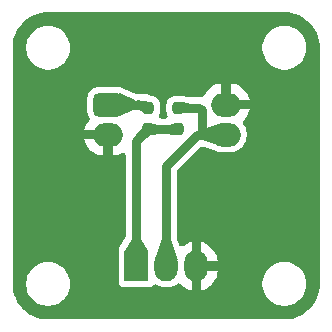
<source format=gbr>
%TF.GenerationSoftware,KiCad,Pcbnew,8.0.6*%
%TF.CreationDate,2024-12-18T19:05:39-05:00*%
%TF.ProjectId,photointerrupter_breakout,70686f74-6f69-46e7-9465-727275707465,rev?*%
%TF.SameCoordinates,PX7c745a0PY4ead9a0*%
%TF.FileFunction,Copper,L2,Bot*%
%TF.FilePolarity,Positive*%
%FSLAX46Y46*%
G04 Gerber Fmt 4.6, Leading zero omitted, Abs format (unit mm)*
G04 Created by KiCad (PCBNEW 8.0.6) date 2024-12-18 19:05:39*
%MOMM*%
%LPD*%
G01*
G04 APERTURE LIST*
G04 Aperture macros list*
%AMRoundRect*
0 Rectangle with rounded corners*
0 $1 Rounding radius*
0 $2 $3 $4 $5 $6 $7 $8 $9 X,Y pos of 4 corners*
0 Add a 4 corners polygon primitive as box body*
4,1,4,$2,$3,$4,$5,$6,$7,$8,$9,$2,$3,0*
0 Add four circle primitives for the rounded corners*
1,1,$1+$1,$2,$3*
1,1,$1+$1,$4,$5*
1,1,$1+$1,$6,$7*
1,1,$1+$1,$8,$9*
0 Add four rect primitives between the rounded corners*
20,1,$1+$1,$2,$3,$4,$5,0*
20,1,$1+$1,$4,$5,$6,$7,0*
20,1,$1+$1,$6,$7,$8,$9,0*
20,1,$1+$1,$8,$9,$2,$3,0*%
G04 Aperture macros list end*
%TA.AperFunction,ComponentPad*%
%ADD10RoundRect,0.454000X0.796000X-0.546000X0.796000X0.546000X-0.796000X0.546000X-0.796000X-0.546000X0*%
%TD*%
%TA.AperFunction,ComponentPad*%
%ADD11O,2.500000X2.000000*%
%TD*%
%TA.AperFunction,ComponentPad*%
%ADD12R,2.000000X2.600000*%
%TD*%
%TA.AperFunction,ComponentPad*%
%ADD13O,2.000000X2.600000*%
%TD*%
%TA.AperFunction,SMDPad,CuDef*%
%ADD14RoundRect,0.237500X-0.237500X0.250000X-0.237500X-0.250000X0.237500X-0.250000X0.237500X0.250000X0*%
%TD*%
%TA.AperFunction,SMDPad,CuDef*%
%ADD15RoundRect,0.237500X0.237500X-0.250000X0.237500X0.250000X-0.237500X0.250000X-0.237500X-0.250000X0*%
%TD*%
%TA.AperFunction,Conductor*%
%ADD16C,0.800000*%
%TD*%
G04 APERTURE END LIST*
D10*
%TO.P,U1,1*%
%TO.N,Net-(R1-Pad2)*%
X9582500Y-9312500D03*
D11*
%TO.P,U1,2*%
%TO.N,GND*%
X9582500Y-11852500D03*
%TO.P,U1,3*%
%TO.N,/OUT*%
X19582500Y-11852500D03*
%TO.P,U1,4*%
%TO.N,GND*%
X19582500Y-9312500D03*
%TD*%
D12*
%TO.P,J1,1,Pin_1*%
%TO.N,+5V*%
X11975000Y-23000000D03*
D13*
%TO.P,J1,2,Pin_2*%
%TO.N,/OUT*%
X14515000Y-23000000D03*
%TO.P,J1,3,Pin_3*%
%TO.N,GND*%
X17055000Y-23000000D03*
%TD*%
D14*
%TO.P,R2,2*%
%TO.N,+5V*%
X15500000Y-11412500D03*
%TO.P,R2,1*%
%TO.N,/OUT*%
X15500000Y-9587500D03*
%TD*%
D15*
%TO.P,R1,2*%
%TO.N,Net-(R1-Pad2)*%
X13000000Y-9587500D03*
%TO.P,R1,1*%
%TO.N,+5V*%
X13000000Y-11412500D03*
%TD*%
D16*
%TO.N,/OUT*%
X17500000Y-11852500D02*
X17500000Y-9770000D01*
X17500000Y-9770000D02*
X17317500Y-9587500D01*
X17317500Y-9587500D02*
X15500000Y-9587500D01*
X14515000Y-23000000D02*
X14515000Y-14485000D01*
%TO.N,+5V*%
X11975000Y-23000000D02*
X11975000Y-12437500D01*
%TO.N,/OUT*%
X14515000Y-14485000D02*
X17147500Y-11852500D01*
X17147500Y-11852500D02*
X19582500Y-11852500D01*
%TO.N,+5V*%
X13000000Y-11412500D02*
X11975000Y-12437500D01*
%TO.N,Net-(R1-Pad2)*%
X9582500Y-9312500D02*
X12725000Y-9312500D01*
X12725000Y-9312500D02*
X13000000Y-9587500D01*
%TO.N,+5V*%
X13000000Y-11412500D02*
X15500000Y-11412500D01*
%TD*%
%TA.AperFunction,Conductor*%
%TO.N,GND*%
G36*
X9828788Y-11471454D02*
G01*
X9909570Y-11525430D01*
X9963546Y-11606212D01*
X9982500Y-11701500D01*
X9982500Y-11799839D01*
X9955241Y-11698106D01*
X9902580Y-11606894D01*
X9828106Y-11532420D01*
X9736894Y-11479759D01*
X9635161Y-11452500D01*
X9733500Y-11452500D01*
X9828788Y-11471454D01*
G37*
%TD.AperFunction*%
%TA.AperFunction,Conductor*%
G36*
X19209759Y-9466894D02*
G01*
X19262420Y-9558106D01*
X19336894Y-9632580D01*
X19428106Y-9685241D01*
X19529839Y-9712500D01*
X19431500Y-9712500D01*
X19336212Y-9693546D01*
X19255430Y-9639570D01*
X19201454Y-9558788D01*
X19182500Y-9463500D01*
X19182500Y-9365161D01*
X19209759Y-9466894D01*
G37*
%TD.AperFunction*%
%TA.AperFunction,Conductor*%
G36*
X24506506Y-1500841D02*
G01*
X24800515Y-1516249D01*
X24826404Y-1518970D01*
X25110767Y-1564008D01*
X25136226Y-1569421D01*
X25414294Y-1643929D01*
X25439056Y-1651974D01*
X25707834Y-1755147D01*
X25731639Y-1765747D01*
X25988120Y-1896431D01*
X26010688Y-1909460D01*
X26152183Y-2001348D01*
X26252118Y-2066247D01*
X26273202Y-2081565D01*
X26464848Y-2236757D01*
X26496909Y-2262719D01*
X26516279Y-2280159D01*
X26719840Y-2483720D01*
X26737280Y-2503090D01*
X26918433Y-2726796D01*
X26933752Y-2747881D01*
X27090537Y-2989308D01*
X27103568Y-3011879D01*
X27234252Y-3268360D01*
X27244854Y-3292170D01*
X27313005Y-3469711D01*
X27348020Y-3560927D01*
X27356073Y-3585715D01*
X27430576Y-3863763D01*
X27435993Y-3889246D01*
X27445096Y-3946715D01*
X27481026Y-4173572D01*
X27483750Y-4199490D01*
X27499159Y-4493492D01*
X27499500Y-4506525D01*
X27499500Y-24493474D01*
X27499159Y-24506507D01*
X27483750Y-24800509D01*
X27481026Y-24826423D01*
X27438315Y-25096100D01*
X27435996Y-25110741D01*
X27430576Y-25136236D01*
X27356073Y-25414284D01*
X27348020Y-25439072D01*
X27244854Y-25707829D01*
X27234252Y-25731639D01*
X27103568Y-25988120D01*
X27090537Y-26010691D01*
X26933752Y-26252118D01*
X26918433Y-26273203D01*
X26737280Y-26496909D01*
X26719840Y-26516279D01*
X26516279Y-26719840D01*
X26496909Y-26737280D01*
X26273203Y-26918433D01*
X26252118Y-26933752D01*
X26010691Y-27090537D01*
X25988120Y-27103568D01*
X25731639Y-27234252D01*
X25707829Y-27244854D01*
X25439072Y-27348020D01*
X25414284Y-27356073D01*
X25136236Y-27430576D01*
X25110749Y-27435994D01*
X24826423Y-27481026D01*
X24800509Y-27483750D01*
X24519364Y-27498485D01*
X24506505Y-27499159D01*
X24493474Y-27499500D01*
X4506526Y-27499500D01*
X4493494Y-27499159D01*
X4199491Y-27483750D01*
X4173578Y-27481026D01*
X3889246Y-27435993D01*
X3863763Y-27430576D01*
X3585715Y-27356073D01*
X3560931Y-27348021D01*
X3426548Y-27296437D01*
X3292170Y-27244854D01*
X3268360Y-27234252D01*
X3011879Y-27103568D01*
X2989308Y-27090537D01*
X2747881Y-26933752D01*
X2726796Y-26918433D01*
X2503090Y-26737280D01*
X2483720Y-26719840D01*
X2280159Y-26516279D01*
X2262719Y-26496909D01*
X2081566Y-26273203D01*
X2066247Y-26252118D01*
X1909462Y-26010691D01*
X1896431Y-25988120D01*
X1765747Y-25731639D01*
X1755145Y-25707829D01*
X1651974Y-25439056D01*
X1643929Y-25414294D01*
X1569421Y-25136226D01*
X1564008Y-25110767D01*
X1518970Y-24826404D01*
X1516249Y-24800508D01*
X1516248Y-24800498D01*
X1500841Y-24506506D01*
X1500500Y-24493474D01*
X1500500Y-24378712D01*
X2649500Y-24378712D01*
X2649500Y-24621287D01*
X2681162Y-24861790D01*
X2681163Y-24861795D01*
X2743940Y-25096082D01*
X2743948Y-25096105D01*
X2836770Y-25320201D01*
X2836778Y-25320217D01*
X2958058Y-25530279D01*
X2958064Y-25530289D01*
X3105729Y-25722731D01*
X3105738Y-25722741D01*
X3277258Y-25894261D01*
X3277268Y-25894270D01*
X3398491Y-25987287D01*
X3469711Y-26041936D01*
X3469720Y-26041941D01*
X3679782Y-26163221D01*
X3679798Y-26163229D01*
X3819858Y-26221242D01*
X3903900Y-26256054D01*
X3903911Y-26256057D01*
X3903917Y-26256059D01*
X4087021Y-26305121D01*
X4138211Y-26318838D01*
X4378712Y-26350500D01*
X4621288Y-26350500D01*
X4861789Y-26318838D01*
X5069946Y-26263062D01*
X5096082Y-26256059D01*
X5096084Y-26256058D01*
X5096100Y-26256054D01*
X5247766Y-26193231D01*
X5320201Y-26163229D01*
X5320206Y-26163226D01*
X5320212Y-26163224D01*
X5530289Y-26041936D01*
X5722738Y-25894265D01*
X5894265Y-25722738D01*
X6041936Y-25530289D01*
X6163224Y-25320212D01*
X6256054Y-25096100D01*
X6266715Y-25056315D01*
X6318836Y-24861795D01*
X6318838Y-24861789D01*
X6350500Y-24621288D01*
X6350500Y-24378712D01*
X6318838Y-24138211D01*
X6256054Y-23903900D01*
X6221242Y-23819858D01*
X6163229Y-23679798D01*
X6163221Y-23679782D01*
X6041941Y-23469720D01*
X6041935Y-23469710D01*
X5894270Y-23277268D01*
X5894261Y-23277258D01*
X5722741Y-23105738D01*
X5722731Y-23105729D01*
X5530289Y-22958064D01*
X5530279Y-22958058D01*
X5320217Y-22836778D01*
X5320201Y-22836770D01*
X5096105Y-22743948D01*
X5096103Y-22743947D01*
X5096100Y-22743946D01*
X5096096Y-22743945D01*
X5096082Y-22743940D01*
X4861795Y-22681163D01*
X4861790Y-22681162D01*
X4621288Y-22649500D01*
X4378712Y-22649500D01*
X4138209Y-22681162D01*
X4138204Y-22681163D01*
X3903917Y-22743940D01*
X3903894Y-22743948D01*
X3679798Y-22836770D01*
X3679782Y-22836778D01*
X3469720Y-22958058D01*
X3469710Y-22958064D01*
X3277268Y-23105729D01*
X3277258Y-23105738D01*
X3105738Y-23277258D01*
X3105729Y-23277268D01*
X2958064Y-23469710D01*
X2958058Y-23469720D01*
X2836778Y-23679782D01*
X2836770Y-23679798D01*
X2743948Y-23903894D01*
X2743940Y-23903917D01*
X2681163Y-24138204D01*
X2681162Y-24138209D01*
X2649500Y-24378712D01*
X1500500Y-24378712D01*
X1500500Y-12252500D01*
X7576183Y-12252500D01*
X7624370Y-12432337D01*
X7714662Y-12650322D01*
X7714664Y-12650326D01*
X7832644Y-12854672D01*
X7976285Y-13041868D01*
X7976288Y-13041872D01*
X8143127Y-13208711D01*
X8143131Y-13208714D01*
X8330327Y-13352355D01*
X8534673Y-13470335D01*
X8534677Y-13470337D01*
X8752660Y-13560628D01*
X8980590Y-13621701D01*
X9182500Y-13648283D01*
X9182500Y-12252501D01*
X9182499Y-12252500D01*
X7576183Y-12252500D01*
X1500500Y-12252500D01*
X1500500Y-11452499D01*
X7576183Y-11452499D01*
X7576183Y-11452500D01*
X9529839Y-11452500D01*
X9428106Y-11479759D01*
X9336894Y-11532420D01*
X9262420Y-11606894D01*
X9209759Y-11698106D01*
X9182500Y-11799839D01*
X9182500Y-11905161D01*
X9209759Y-12006894D01*
X9262420Y-12098106D01*
X9336894Y-12172580D01*
X9428106Y-12225241D01*
X9529839Y-12252500D01*
X9635161Y-12252500D01*
X9736894Y-12225241D01*
X9828106Y-12172580D01*
X9902580Y-12098106D01*
X9955241Y-12006894D01*
X9982500Y-11905161D01*
X9982500Y-13648283D01*
X10184409Y-13621701D01*
X10412338Y-13560628D01*
X10412339Y-13560628D01*
X10630322Y-13470337D01*
X10630330Y-13470333D01*
X10700998Y-13429533D01*
X10792997Y-13398303D01*
X10889944Y-13404656D01*
X10977080Y-13447626D01*
X11041139Y-13520670D01*
X11072369Y-13612669D01*
X11074500Y-13645172D01*
X11074500Y-20482681D01*
X11055546Y-20577969D01*
X11039016Y-20610790D01*
X10545634Y-21433092D01*
X10544864Y-21434540D01*
X10543088Y-21437335D01*
X10542345Y-21438575D01*
X10542313Y-21438556D01*
X10537514Y-21446112D01*
X10531202Y-21457672D01*
X10523212Y-21479094D01*
X10515446Y-21497600D01*
X10501688Y-21527001D01*
X10500130Y-21531478D01*
X10495902Y-21544161D01*
X10493558Y-21553588D01*
X10492585Y-21553345D01*
X10485091Y-21581301D01*
X10480911Y-21592510D01*
X10480908Y-21592519D01*
X10474500Y-21652126D01*
X10474143Y-21658788D01*
X10473888Y-21658774D01*
X10472370Y-21677053D01*
X10472163Y-21686059D01*
X10472714Y-21690631D01*
X10474500Y-21720399D01*
X10474500Y-24347865D01*
X10474501Y-24347869D01*
X10480908Y-24407480D01*
X10480909Y-24407484D01*
X10531203Y-24542329D01*
X10531204Y-24542331D01*
X10617454Y-24657546D01*
X10732669Y-24743796D01*
X10867517Y-24794091D01*
X10927127Y-24800500D01*
X13022872Y-24800499D01*
X13082483Y-24794091D01*
X13217331Y-24743796D01*
X13332546Y-24657546D01*
X13360934Y-24619624D01*
X13433208Y-24554704D01*
X13524828Y-24522382D01*
X13621844Y-24527581D01*
X13706623Y-24567401D01*
X13728560Y-24583339D01*
X13728565Y-24583341D01*
X13728567Y-24583343D01*
X13939008Y-24690568D01*
X14163632Y-24763553D01*
X14396908Y-24800500D01*
X14396912Y-24800500D01*
X14633088Y-24800500D01*
X14633092Y-24800500D01*
X14866368Y-24763553D01*
X15090992Y-24690568D01*
X15301433Y-24583343D01*
X15413957Y-24501589D01*
X15502182Y-24460916D01*
X15599262Y-24457101D01*
X15690412Y-24490727D01*
X15736382Y-24526966D01*
X15865627Y-24656211D01*
X15865631Y-24656214D01*
X16052827Y-24799855D01*
X16257173Y-24917835D01*
X16257182Y-24917840D01*
X16475162Y-25008129D01*
X16654999Y-25056315D01*
X16655000Y-25056315D01*
X16655000Y-23307106D01*
X16747993Y-23400099D01*
X16862007Y-23465925D01*
X16989174Y-23500000D01*
X17120826Y-23500000D01*
X17247993Y-23465925D01*
X17362007Y-23400099D01*
X17362105Y-23400001D01*
X17455000Y-23400001D01*
X17455000Y-25056315D01*
X17634837Y-25008129D01*
X17852817Y-24917840D01*
X17852826Y-24917835D01*
X18057172Y-24799855D01*
X18244368Y-24656214D01*
X18244372Y-24656211D01*
X18411211Y-24489372D01*
X18411214Y-24489368D01*
X18496124Y-24378712D01*
X22649500Y-24378712D01*
X22649500Y-24621287D01*
X22681162Y-24861790D01*
X22681163Y-24861795D01*
X22743940Y-25096082D01*
X22743948Y-25096105D01*
X22836770Y-25320201D01*
X22836778Y-25320217D01*
X22958058Y-25530279D01*
X22958064Y-25530289D01*
X23105729Y-25722731D01*
X23105738Y-25722741D01*
X23277258Y-25894261D01*
X23277268Y-25894270D01*
X23398491Y-25987287D01*
X23469711Y-26041936D01*
X23469720Y-26041941D01*
X23679782Y-26163221D01*
X23679798Y-26163229D01*
X23819858Y-26221242D01*
X23903900Y-26256054D01*
X23903911Y-26256057D01*
X23903917Y-26256059D01*
X24087021Y-26305121D01*
X24138211Y-26318838D01*
X24378712Y-26350500D01*
X24621288Y-26350500D01*
X24861789Y-26318838D01*
X25069946Y-26263062D01*
X25096082Y-26256059D01*
X25096084Y-26256058D01*
X25096100Y-26256054D01*
X25247766Y-26193231D01*
X25320201Y-26163229D01*
X25320206Y-26163226D01*
X25320212Y-26163224D01*
X25530289Y-26041936D01*
X25722738Y-25894265D01*
X25894265Y-25722738D01*
X26041936Y-25530289D01*
X26163224Y-25320212D01*
X26256054Y-25096100D01*
X26266715Y-25056315D01*
X26318836Y-24861795D01*
X26318838Y-24861789D01*
X26350500Y-24621288D01*
X26350500Y-24378712D01*
X26318838Y-24138211D01*
X26256054Y-23903900D01*
X26221242Y-23819858D01*
X26163229Y-23679798D01*
X26163221Y-23679782D01*
X26041941Y-23469720D01*
X26041935Y-23469710D01*
X25894270Y-23277268D01*
X25894261Y-23277258D01*
X25722741Y-23105738D01*
X25722731Y-23105729D01*
X25530289Y-22958064D01*
X25530279Y-22958058D01*
X25320217Y-22836778D01*
X25320201Y-22836770D01*
X25096105Y-22743948D01*
X25096103Y-22743947D01*
X25096100Y-22743946D01*
X25096096Y-22743945D01*
X25096082Y-22743940D01*
X24861795Y-22681163D01*
X24861790Y-22681162D01*
X24621288Y-22649500D01*
X24378712Y-22649500D01*
X24138209Y-22681162D01*
X24138204Y-22681163D01*
X23903917Y-22743940D01*
X23903894Y-22743948D01*
X23679798Y-22836770D01*
X23679782Y-22836778D01*
X23469720Y-22958058D01*
X23469710Y-22958064D01*
X23277268Y-23105729D01*
X23277258Y-23105738D01*
X23105738Y-23277258D01*
X23105729Y-23277268D01*
X22958064Y-23469710D01*
X22958058Y-23469720D01*
X22836778Y-23679782D01*
X22836770Y-23679798D01*
X22743948Y-23903894D01*
X22743940Y-23903917D01*
X22681163Y-24138204D01*
X22681162Y-24138209D01*
X22649500Y-24378712D01*
X18496124Y-24378712D01*
X18554855Y-24302172D01*
X18672835Y-24097826D01*
X18672837Y-24097822D01*
X18763128Y-23879839D01*
X18763128Y-23879838D01*
X18824201Y-23651910D01*
X18855000Y-23417977D01*
X18855000Y-23400001D01*
X18854999Y-23400000D01*
X17455001Y-23400000D01*
X17455000Y-23400001D01*
X17362105Y-23400001D01*
X17455099Y-23307007D01*
X17520925Y-23192993D01*
X17555000Y-23065826D01*
X17555000Y-22934174D01*
X17520925Y-22807007D01*
X17455099Y-22692993D01*
X17362105Y-22599999D01*
X17455000Y-22599999D01*
X17455001Y-22600000D01*
X18854999Y-22600000D01*
X18855000Y-22599999D01*
X18855000Y-22582022D01*
X18824201Y-22348089D01*
X18763128Y-22120161D01*
X18763128Y-22120160D01*
X18672837Y-21902177D01*
X18672835Y-21902173D01*
X18554855Y-21697827D01*
X18411214Y-21510631D01*
X18411211Y-21510627D01*
X18244372Y-21343788D01*
X18244368Y-21343785D01*
X18057172Y-21200144D01*
X17852826Y-21082164D01*
X17852822Y-21082162D01*
X17634837Y-20991870D01*
X17455000Y-20943683D01*
X17455000Y-22599999D01*
X17362105Y-22599999D01*
X17362007Y-22599901D01*
X17247993Y-22534075D01*
X17120826Y-22500000D01*
X16989174Y-22500000D01*
X16862007Y-22534075D01*
X16747993Y-22599901D01*
X16655000Y-22692894D01*
X16655000Y-20943683D01*
X16654999Y-20943683D01*
X16475162Y-20991870D01*
X16257177Y-21082162D01*
X16257173Y-21082164D01*
X16052828Y-21200144D01*
X15972260Y-21261966D01*
X15885124Y-21304936D01*
X15788177Y-21311290D01*
X15696178Y-21280060D01*
X15623133Y-21216001D01*
X15583888Y-21141434D01*
X15535243Y-20991870D01*
X15427709Y-20661241D01*
X15415500Y-20584227D01*
X15415500Y-14961139D01*
X15434454Y-14865851D01*
X15488428Y-14785071D01*
X17347707Y-12925791D01*
X17428486Y-12871818D01*
X17523774Y-12852864D01*
X17600788Y-12865073D01*
X17811216Y-12933513D01*
X18726491Y-13231200D01*
X18747273Y-13239814D01*
X18747476Y-13239327D01*
X18756508Y-13243068D01*
X18981132Y-13316053D01*
X19214408Y-13353000D01*
X19214412Y-13353000D01*
X19950588Y-13353000D01*
X19950592Y-13353000D01*
X20183868Y-13316053D01*
X20408492Y-13243068D01*
X20618933Y-13135843D01*
X20810010Y-12997017D01*
X20977017Y-12830010D01*
X21115843Y-12638933D01*
X21223068Y-12428492D01*
X21296053Y-12203868D01*
X21333000Y-11970592D01*
X21333000Y-11734408D01*
X21296053Y-11501132D01*
X21223068Y-11276508D01*
X21115843Y-11066067D01*
X21034091Y-10953545D01*
X20993416Y-10865314D01*
X20989602Y-10768234D01*
X21023228Y-10677084D01*
X21059468Y-10631115D01*
X21188704Y-10501880D01*
X21188714Y-10501868D01*
X21332355Y-10314672D01*
X21450335Y-10110326D01*
X21450337Y-10110322D01*
X21540629Y-9892337D01*
X21588817Y-9712500D01*
X19635161Y-9712500D01*
X19736894Y-9685241D01*
X19828106Y-9632580D01*
X19902580Y-9558106D01*
X19955241Y-9466894D01*
X19982500Y-9365161D01*
X19982500Y-9259839D01*
X19955241Y-9158106D01*
X19902580Y-9066894D01*
X19828106Y-8992420D01*
X19736894Y-8939759D01*
X19635161Y-8912500D01*
X19529839Y-8912500D01*
X19428106Y-8939759D01*
X19336894Y-8992420D01*
X19262420Y-9066894D01*
X19209759Y-9158106D01*
X19182500Y-9259839D01*
X19182500Y-8912499D01*
X19982500Y-8912499D01*
X19982501Y-8912500D01*
X21588817Y-8912500D01*
X21588816Y-8912499D01*
X21540629Y-8732662D01*
X21450337Y-8514677D01*
X21450335Y-8514673D01*
X21332355Y-8310327D01*
X21188714Y-8123131D01*
X21188711Y-8123127D01*
X21021872Y-7956288D01*
X21021868Y-7956285D01*
X20834672Y-7812644D01*
X20630326Y-7694664D01*
X20630322Y-7694662D01*
X20412338Y-7604371D01*
X20184411Y-7543298D01*
X19982500Y-7516715D01*
X19982500Y-8912499D01*
X19182500Y-8912499D01*
X19182500Y-7516715D01*
X18980588Y-7543298D01*
X18752661Y-7604371D01*
X18752660Y-7604371D01*
X18534677Y-7694662D01*
X18534673Y-7694664D01*
X18330327Y-7812644D01*
X18143131Y-7956285D01*
X18143127Y-7956288D01*
X17976288Y-8123127D01*
X17976285Y-8123131D01*
X17832644Y-8310327D01*
X17714664Y-8514673D01*
X17714659Y-8514683D01*
X17703435Y-8541780D01*
X17649457Y-8622561D01*
X17568675Y-8676536D01*
X17473387Y-8695488D01*
X17424819Y-8690705D01*
X17421747Y-8690094D01*
X17406192Y-8687000D01*
X17406191Y-8687000D01*
X17406190Y-8687000D01*
X16536055Y-8687000D01*
X16506552Y-8684245D01*
X16506447Y-8685159D01*
X16497615Y-8684139D01*
X16497614Y-8684139D01*
X16238982Y-8654280D01*
X15931293Y-8618759D01*
X15901168Y-8612104D01*
X15901047Y-8612672D01*
X15887754Y-8609826D01*
X15867537Y-8607760D01*
X15786677Y-8599500D01*
X15786673Y-8599500D01*
X15213325Y-8599500D01*
X15112245Y-8609826D01*
X15004346Y-8645580D01*
X14948484Y-8664092D01*
X14948482Y-8664092D01*
X14948479Y-8664094D01*
X14801652Y-8754657D01*
X14679657Y-8876652D01*
X14589093Y-9023480D01*
X14534826Y-9187245D01*
X14534826Y-9187247D01*
X14531875Y-9216125D01*
X14524500Y-9288318D01*
X14524500Y-9886674D01*
X14534826Y-9987754D01*
X14589095Y-10151525D01*
X14592011Y-10157778D01*
X14615099Y-10252150D01*
X14600316Y-10348173D01*
X14549911Y-10431230D01*
X14471558Y-10488675D01*
X14377186Y-10511763D01*
X14366336Y-10512000D01*
X14133664Y-10512000D01*
X14038376Y-10493046D01*
X13957594Y-10439070D01*
X13903618Y-10358288D01*
X13884664Y-10263000D01*
X13903618Y-10167712D01*
X13907989Y-10157778D01*
X13910905Y-10151523D01*
X13910906Y-10151518D01*
X13910908Y-10151516D01*
X13965174Y-9987753D01*
X13975500Y-9886677D01*
X13975499Y-9288324D01*
X13965174Y-9187247D01*
X13910908Y-9023484D01*
X13859266Y-8939759D01*
X13820342Y-8876652D01*
X13698347Y-8754657D01*
X13551519Y-8664093D01*
X13387754Y-8609826D01*
X13387743Y-8609824D01*
X13338918Y-8604836D01*
X13246050Y-8576295D01*
X13225890Y-8564162D01*
X13151547Y-8514487D01*
X13151536Y-8514481D01*
X13069607Y-8480546D01*
X12987668Y-8446605D01*
X12918076Y-8432763D01*
X12813692Y-8412000D01*
X12813691Y-8412000D01*
X12813689Y-8412000D01*
X12125604Y-8412000D01*
X12114769Y-8411759D01*
X12076160Y-8411991D01*
X12075615Y-8411995D01*
X12074119Y-8412000D01*
X12003019Y-8412000D01*
X11907731Y-8393046D01*
X11902420Y-8390774D01*
X10763769Y-7887876D01*
X10757765Y-7885588D01*
X10757997Y-7884976D01*
X10746194Y-7880028D01*
X10746121Y-7880214D01*
X10734400Y-7875531D01*
X10734397Y-7875530D01*
X10734393Y-7875528D01*
X10734391Y-7875528D01*
X10547767Y-7822128D01*
X10547761Y-7822127D01*
X10433859Y-7812000D01*
X10433857Y-7812000D01*
X8731146Y-7812000D01*
X8731134Y-7812001D01*
X8617241Y-7822126D01*
X8430608Y-7875528D01*
X8430603Y-7875530D01*
X8258540Y-7965408D01*
X8258538Y-7965409D01*
X8258537Y-7965410D01*
X8108086Y-8088086D01*
X7985408Y-8238540D01*
X7895530Y-8410603D01*
X7895528Y-8410608D01*
X7842128Y-8597232D01*
X7842127Y-8597239D01*
X7832000Y-8711142D01*
X7832000Y-9913853D01*
X7832001Y-9913865D01*
X7842126Y-10027758D01*
X7877539Y-10151523D01*
X7895530Y-10214397D01*
X7965409Y-10348173D01*
X7991257Y-10397656D01*
X7989033Y-10398817D01*
X8018358Y-10470892D01*
X8017747Y-10568045D01*
X7980004Y-10657569D01*
X7971387Y-10669513D01*
X7832647Y-10850323D01*
X7714664Y-11054673D01*
X7714662Y-11054677D01*
X7624370Y-11272662D01*
X7576183Y-11452499D01*
X1500500Y-11452499D01*
X1500500Y-4506525D01*
X1500841Y-4493493D01*
X1503953Y-4434108D01*
X1506856Y-4378712D01*
X2649500Y-4378712D01*
X2649500Y-4621287D01*
X2681162Y-4861790D01*
X2681163Y-4861795D01*
X2743940Y-5096082D01*
X2743948Y-5096105D01*
X2836770Y-5320201D01*
X2836778Y-5320217D01*
X2958058Y-5530279D01*
X2958064Y-5530289D01*
X3105729Y-5722731D01*
X3105738Y-5722741D01*
X3277258Y-5894261D01*
X3277268Y-5894270D01*
X3398491Y-5987287D01*
X3469711Y-6041936D01*
X3469720Y-6041941D01*
X3679782Y-6163221D01*
X3679798Y-6163229D01*
X3819858Y-6221242D01*
X3903900Y-6256054D01*
X3903911Y-6256057D01*
X3903917Y-6256059D01*
X4087021Y-6305121D01*
X4138211Y-6318838D01*
X4378712Y-6350500D01*
X4621288Y-6350500D01*
X4861789Y-6318838D01*
X5023275Y-6275567D01*
X5096082Y-6256059D01*
X5096084Y-6256058D01*
X5096100Y-6256054D01*
X5247766Y-6193231D01*
X5320201Y-6163229D01*
X5320206Y-6163226D01*
X5320212Y-6163224D01*
X5530289Y-6041936D01*
X5722738Y-5894265D01*
X5894265Y-5722738D01*
X6041936Y-5530289D01*
X6163224Y-5320212D01*
X6256054Y-5096100D01*
X6318838Y-4861789D01*
X6350500Y-4621288D01*
X6350500Y-4378712D01*
X22649500Y-4378712D01*
X22649500Y-4621287D01*
X22681162Y-4861790D01*
X22681163Y-4861795D01*
X22743940Y-5096082D01*
X22743948Y-5096105D01*
X22836770Y-5320201D01*
X22836778Y-5320217D01*
X22958058Y-5530279D01*
X22958064Y-5530289D01*
X23105729Y-5722731D01*
X23105738Y-5722741D01*
X23277258Y-5894261D01*
X23277268Y-5894270D01*
X23398491Y-5987287D01*
X23469711Y-6041936D01*
X23469720Y-6041941D01*
X23679782Y-6163221D01*
X23679798Y-6163229D01*
X23819858Y-6221242D01*
X23903900Y-6256054D01*
X23903911Y-6256057D01*
X23903917Y-6256059D01*
X24087021Y-6305121D01*
X24138211Y-6318838D01*
X24378712Y-6350500D01*
X24621288Y-6350500D01*
X24861789Y-6318838D01*
X25023275Y-6275567D01*
X25096082Y-6256059D01*
X25096084Y-6256058D01*
X25096100Y-6256054D01*
X25247766Y-6193231D01*
X25320201Y-6163229D01*
X25320206Y-6163226D01*
X25320212Y-6163224D01*
X25530289Y-6041936D01*
X25722738Y-5894265D01*
X25894265Y-5722738D01*
X26041936Y-5530289D01*
X26163224Y-5320212D01*
X26256054Y-5096100D01*
X26318838Y-4861789D01*
X26350500Y-4621288D01*
X26350500Y-4378712D01*
X26318838Y-4138211D01*
X26305121Y-4087021D01*
X26256059Y-3903917D01*
X26256057Y-3903911D01*
X26256054Y-3903900D01*
X26221242Y-3819858D01*
X26163229Y-3679798D01*
X26163221Y-3679782D01*
X26041941Y-3469720D01*
X26041935Y-3469710D01*
X25894270Y-3277268D01*
X25894261Y-3277258D01*
X25722741Y-3105738D01*
X25722731Y-3105729D01*
X25530289Y-2958064D01*
X25530279Y-2958058D01*
X25320217Y-2836778D01*
X25320201Y-2836770D01*
X25096105Y-2743948D01*
X25096103Y-2743947D01*
X25096100Y-2743946D01*
X25096096Y-2743945D01*
X25096082Y-2743940D01*
X24861795Y-2681163D01*
X24861790Y-2681162D01*
X24621288Y-2649500D01*
X24378712Y-2649500D01*
X24138209Y-2681162D01*
X24138204Y-2681163D01*
X23903917Y-2743940D01*
X23903894Y-2743948D01*
X23679798Y-2836770D01*
X23679782Y-2836778D01*
X23469720Y-2958058D01*
X23469710Y-2958064D01*
X23277268Y-3105729D01*
X23277258Y-3105738D01*
X23105738Y-3277258D01*
X23105729Y-3277268D01*
X22958064Y-3469710D01*
X22958058Y-3469720D01*
X22836778Y-3679782D01*
X22836770Y-3679798D01*
X22743948Y-3903894D01*
X22743940Y-3903917D01*
X22681163Y-4138204D01*
X22681162Y-4138209D01*
X22649500Y-4378712D01*
X6350500Y-4378712D01*
X6318838Y-4138211D01*
X6305121Y-4087021D01*
X6256059Y-3903917D01*
X6256057Y-3903911D01*
X6256054Y-3903900D01*
X6221242Y-3819858D01*
X6163229Y-3679798D01*
X6163221Y-3679782D01*
X6041941Y-3469720D01*
X6041935Y-3469710D01*
X5894270Y-3277268D01*
X5894261Y-3277258D01*
X5722741Y-3105738D01*
X5722731Y-3105729D01*
X5530289Y-2958064D01*
X5530279Y-2958058D01*
X5320217Y-2836778D01*
X5320201Y-2836770D01*
X5096105Y-2743948D01*
X5096103Y-2743947D01*
X5096100Y-2743946D01*
X5096096Y-2743945D01*
X5096082Y-2743940D01*
X4861795Y-2681163D01*
X4861790Y-2681162D01*
X4621288Y-2649500D01*
X4378712Y-2649500D01*
X4138209Y-2681162D01*
X4138204Y-2681163D01*
X3903917Y-2743940D01*
X3903894Y-2743948D01*
X3679798Y-2836770D01*
X3679782Y-2836778D01*
X3469720Y-2958058D01*
X3469710Y-2958064D01*
X3277268Y-3105729D01*
X3277258Y-3105738D01*
X3105738Y-3277258D01*
X3105729Y-3277268D01*
X2958064Y-3469710D01*
X2958058Y-3469720D01*
X2836778Y-3679782D01*
X2836770Y-3679798D01*
X2743948Y-3903894D01*
X2743940Y-3903917D01*
X2681163Y-4138204D01*
X2681162Y-4138209D01*
X2649500Y-4378712D01*
X1506856Y-4378712D01*
X1516249Y-4199482D01*
X1518970Y-4173597D01*
X1564009Y-3889228D01*
X1569419Y-3863777D01*
X1643931Y-3585699D01*
X1651971Y-3560948D01*
X1755150Y-3292158D01*
X1765747Y-3268360D01*
X1786659Y-3227318D01*
X1896436Y-3011868D01*
X1909455Y-2989319D01*
X2066251Y-2747874D01*
X2081558Y-2726805D01*
X2262730Y-2503077D01*
X2280149Y-2483730D01*
X2483730Y-2280149D01*
X2503077Y-2262730D01*
X2726805Y-2081558D01*
X2747874Y-2066251D01*
X2989319Y-1909455D01*
X3011868Y-1896436D01*
X3268365Y-1765744D01*
X3292158Y-1755150D01*
X3560948Y-1651971D01*
X3585699Y-1643931D01*
X3863777Y-1569419D01*
X3889228Y-1564009D01*
X4173597Y-1518970D01*
X4199482Y-1516249D01*
X4493494Y-1500841D01*
X4506526Y-1500500D01*
X4565892Y-1500500D01*
X24434108Y-1500500D01*
X24493474Y-1500500D01*
X24506506Y-1500841D01*
G37*
%TD.AperFunction*%
%TD*%
%TA.AperFunction,Conductor*%
%TO.N,/OUT*%
G36*
X16439642Y-9186304D02*
G01*
X16447467Y-9190657D01*
X16450000Y-9197927D01*
X16450000Y-9977072D01*
X16446573Y-9985345D01*
X16439642Y-9988695D01*
X15807630Y-10061658D01*
X15799018Y-10059202D01*
X15796410Y-10056305D01*
X15502975Y-9593767D01*
X15501438Y-9584946D01*
X15502976Y-9581232D01*
X15796410Y-9118694D01*
X15803734Y-9113546D01*
X15807626Y-9113341D01*
X16439642Y-9186304D01*
G37*
%TD.AperFunction*%
%TD*%
%TA.AperFunction,Conductor*%
%TO.N,/OUT*%
G36*
X14914775Y-20722642D02*
G01*
X14917628Y-20727296D01*
X15492684Y-22495375D01*
X15491984Y-22504303D01*
X15486839Y-22509434D01*
X14520281Y-22998328D01*
X14511352Y-22999005D01*
X14509719Y-22998328D01*
X13543160Y-22509434D01*
X13537324Y-22502642D01*
X13537315Y-22495378D01*
X14112372Y-20727296D01*
X14118189Y-20720489D01*
X14123498Y-20719215D01*
X14906502Y-20719215D01*
X14914775Y-20722642D01*
G37*
%TD.AperFunction*%
%TD*%
%TA.AperFunction,Conductor*%
%TO.N,+5V*%
G36*
X12376648Y-20703427D02*
G01*
X12378408Y-20705680D01*
X12970900Y-21693167D01*
X12972218Y-21702025D01*
X12970143Y-21706317D01*
X11984276Y-22988931D01*
X11976518Y-22993402D01*
X11967870Y-22991077D01*
X11965724Y-22988931D01*
X10979856Y-21706317D01*
X10977531Y-21697669D01*
X10979097Y-21693170D01*
X11571592Y-20705680D01*
X11578787Y-20700349D01*
X11581625Y-20700000D01*
X12368375Y-20700000D01*
X12376648Y-20703427D01*
G37*
%TD.AperFunction*%
%TD*%
%TA.AperFunction,Conductor*%
%TO.N,/OUT*%
G36*
X19136396Y-10875648D02*
G01*
X19141737Y-10881230D01*
X19581296Y-11847656D01*
X19581602Y-11856606D01*
X19581296Y-11857344D01*
X19141737Y-12823769D01*
X19135193Y-12829881D01*
X19127468Y-12830051D01*
X17359796Y-12255128D01*
X17352989Y-12249311D01*
X17351715Y-12244002D01*
X17351715Y-11460997D01*
X17355142Y-11452724D01*
X17359793Y-11449872D01*
X19127469Y-10874948D01*
X19136396Y-10875648D01*
G37*
%TD.AperFunction*%
%TD*%
%TA.AperFunction,Conductor*%
%TO.N,+5V*%
G36*
X12532914Y-11219010D02*
G01*
X12996003Y-11409854D01*
X13002346Y-11416174D01*
X13002497Y-11416554D01*
X13181331Y-11892231D01*
X13181034Y-11901181D01*
X13177885Y-11905323D01*
X12544732Y-12434796D01*
X12536187Y-12437475D01*
X12528953Y-12434094D01*
X11978419Y-11883560D01*
X11974992Y-11875287D01*
X11977729Y-11867766D01*
X12519496Y-11222305D01*
X12527440Y-11218172D01*
X12532914Y-11219010D01*
G37*
%TD.AperFunction*%
%TD*%
%TA.AperFunction,Conductor*%
%TO.N,Net-(R1-Pad2)*%
G36*
X12068885Y-8915187D02*
G01*
X13015659Y-9098072D01*
X13023132Y-9103006D01*
X13025125Y-9110151D01*
X13001259Y-9582375D01*
X12997419Y-9590464D01*
X12997055Y-9590780D01*
X12565976Y-9949236D01*
X12557423Y-9951891D01*
X12553449Y-9950796D01*
X12061627Y-9715680D01*
X12055641Y-9709020D01*
X12054973Y-9705124D01*
X12054973Y-8926676D01*
X12058400Y-8918403D01*
X12066673Y-8914976D01*
X12068885Y-8915187D01*
G37*
%TD.AperFunction*%
%TD*%
%TA.AperFunction,Conductor*%
%TO.N,Net-(R1-Pad2)*%
G36*
X10559545Y-8350286D02*
G01*
X11825527Y-8909420D01*
X11831710Y-8915898D01*
X11832500Y-8920123D01*
X11832500Y-9704876D01*
X11829073Y-9713149D01*
X11825527Y-9715579D01*
X10559548Y-10274712D01*
X10550596Y-10274919D01*
X10546571Y-10272305D01*
X9589840Y-9320795D01*
X9586391Y-9312532D01*
X9589795Y-9304250D01*
X10546572Y-8352693D01*
X10554853Y-8349290D01*
X10559545Y-8350286D01*
G37*
%TD.AperFunction*%
%TD*%
%TA.AperFunction,Conductor*%
%TO.N,+5V*%
G36*
X13939642Y-11011304D02*
G01*
X13947467Y-11015657D01*
X13950000Y-11022927D01*
X13950000Y-11802072D01*
X13946573Y-11810345D01*
X13939642Y-11813695D01*
X13307630Y-11886658D01*
X13299018Y-11884202D01*
X13296410Y-11881305D01*
X13002975Y-11418767D01*
X13001438Y-11409946D01*
X13002976Y-11406232D01*
X13296410Y-10943694D01*
X13303734Y-10938546D01*
X13307626Y-10938341D01*
X13939642Y-11011304D01*
G37*
%TD.AperFunction*%
%TD*%
%TA.AperFunction,Conductor*%
%TO.N,+5V*%
G36*
X15200981Y-10940797D02*
G01*
X15203590Y-10943695D01*
X15253855Y-11022927D01*
X15497023Y-11406232D01*
X15498561Y-11415054D01*
X15497023Y-11418768D01*
X15203591Y-11881303D01*
X15196265Y-11886453D01*
X15192369Y-11886658D01*
X14560358Y-11813695D01*
X14552533Y-11809342D01*
X14550000Y-11802072D01*
X14550000Y-11022927D01*
X14553427Y-11014654D01*
X14560357Y-11011304D01*
X15192370Y-10938341D01*
X15200981Y-10940797D01*
G37*
%TD.AperFunction*%
%TD*%
M02*

</source>
